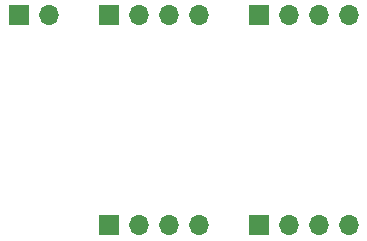
<source format=gbr>
%TF.GenerationSoftware,KiCad,Pcbnew,(6.0.0-0)*%
%TF.CreationDate,2022-07-05T22:52:54-04:00*%
%TF.ProjectId,IO-VGA-nand-gates,494f2d56-4741-42d6-9e61-6e642d676174,rev?*%
%TF.SameCoordinates,Original*%
%TF.FileFunction,Soldermask,Bot*%
%TF.FilePolarity,Negative*%
%FSLAX46Y46*%
G04 Gerber Fmt 4.6, Leading zero omitted, Abs format (unit mm)*
G04 Created by KiCad (PCBNEW (6.0.0-0)) date 2022-07-05 22:52:54*
%MOMM*%
%LPD*%
G01*
G04 APERTURE LIST*
%ADD10R,1.700000X1.700000*%
%ADD11O,1.700000X1.700000*%
G04 APERTURE END LIST*
D10*
%TO.C,J5*%
X137414000Y-83312000D03*
D11*
X139954000Y-83312000D03*
X142494000Y-83312000D03*
X145034000Y-83312000D03*
%TD*%
D10*
%TO.C,J2*%
X129794000Y-83312000D03*
D11*
X132334000Y-83312000D03*
%TD*%
D10*
%TO.C,J4*%
X150114000Y-83312000D03*
D11*
X152654000Y-83312000D03*
X155194000Y-83312000D03*
X157734000Y-83312000D03*
%TD*%
D10*
%TO.C,J3*%
X150114000Y-101092000D03*
D11*
X152654000Y-101092000D03*
X155194000Y-101092000D03*
X157734000Y-101092000D03*
%TD*%
D10*
%TO.C,J1*%
X137434000Y-101092000D03*
D11*
X139974000Y-101092000D03*
X142514000Y-101092000D03*
X145054000Y-101092000D03*
%TD*%
M02*

</source>
